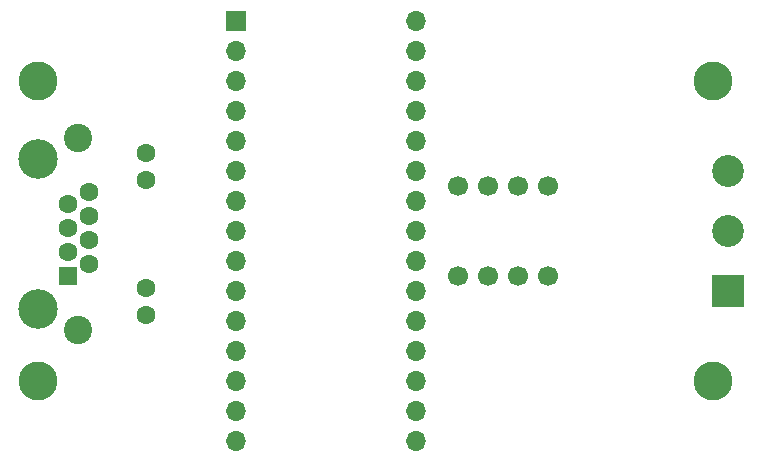
<source format=gbr>
%TF.GenerationSoftware,KiCad,Pcbnew,(5.1.6)-1*%
%TF.CreationDate,2020-09-23T17:10:44+08:00*%
%TF.ProjectId,Power Meter,506f7765-7220-44d6-9574-65722e6b6963,rev?*%
%TF.SameCoordinates,Original*%
%TF.FileFunction,Soldermask,Bot*%
%TF.FilePolarity,Negative*%
%FSLAX46Y46*%
G04 Gerber Fmt 4.6, Leading zero omitted, Abs format (unit mm)*
G04 Created by KiCad (PCBNEW (5.1.6)-1) date 2020-09-23 17:10:44*
%MOMM*%
%LPD*%
G01*
G04 APERTURE LIST*
%ADD10C,3.300000*%
%ADD11O,1.700000X1.700000*%
%ADD12R,1.700000X1.700000*%
%ADD13R,1.600000X1.600000*%
%ADD14C,1.600000*%
%ADD15C,3.350000*%
%ADD16C,2.400000*%
%ADD17R,2.700000X2.700000*%
%ADD18C,2.700000*%
%ADD19C,1.700200*%
G04 APERTURE END LIST*
D10*
%TO.C,M3*%
X187960000Y-80010000D03*
%TD*%
%TO.C,M3*%
X187960000Y-105410000D03*
%TD*%
%TO.C,M3*%
X130810000Y-105410000D03*
%TD*%
%TO.C,M3*%
X130810000Y-80010000D03*
%TD*%
D11*
%TO.C,A1*%
X162845000Y-110490000D03*
X147605000Y-110490000D03*
X162845000Y-74930000D03*
X147605000Y-107950000D03*
X162845000Y-77470000D03*
X147605000Y-105410000D03*
X162845000Y-80010000D03*
X147605000Y-102870000D03*
X162845000Y-82550000D03*
X147605000Y-100330000D03*
X162845000Y-85090000D03*
X147605000Y-97790000D03*
X162845000Y-87630000D03*
X147605000Y-95250000D03*
X162845000Y-90170000D03*
X147605000Y-92710000D03*
X162845000Y-92710000D03*
X147605000Y-90170000D03*
X162845000Y-95250000D03*
X147605000Y-87630000D03*
X162845000Y-97790000D03*
X147605000Y-85090000D03*
X162845000Y-100330000D03*
X147605000Y-82550000D03*
X162845000Y-102870000D03*
X147605000Y-80010000D03*
X162845000Y-105410000D03*
X147605000Y-77470000D03*
X162845000Y-107950000D03*
D12*
X147605000Y-74930000D03*
%TD*%
D13*
%TO.C,J1*%
X133350000Y-96520000D03*
D14*
X133350000Y-94488000D03*
X133350000Y-92456000D03*
X133350000Y-90424000D03*
X135130000Y-95504000D03*
X135130000Y-93472000D03*
X135130000Y-91440000D03*
X135130000Y-89408000D03*
D15*
X130810000Y-99310000D03*
X130810000Y-86610000D03*
D16*
X134240000Y-84830000D03*
X134240000Y-101090000D03*
D14*
X139950000Y-99820000D03*
X139950000Y-97530000D03*
X139950000Y-88390000D03*
X139950000Y-86100000D03*
%TD*%
D17*
%TO.C,J2*%
X189230000Y-97790000D03*
D18*
X189230000Y-92710000D03*
X189230000Y-87630000D03*
%TD*%
D19*
%TO.C,U1*%
X166370000Y-96520000D03*
X168910000Y-96520000D03*
X171450000Y-96520000D03*
X173990000Y-96520000D03*
X173990000Y-88900000D03*
X171450000Y-88900000D03*
X168910000Y-88900000D03*
X166370000Y-88900000D03*
%TD*%
M02*

</source>
